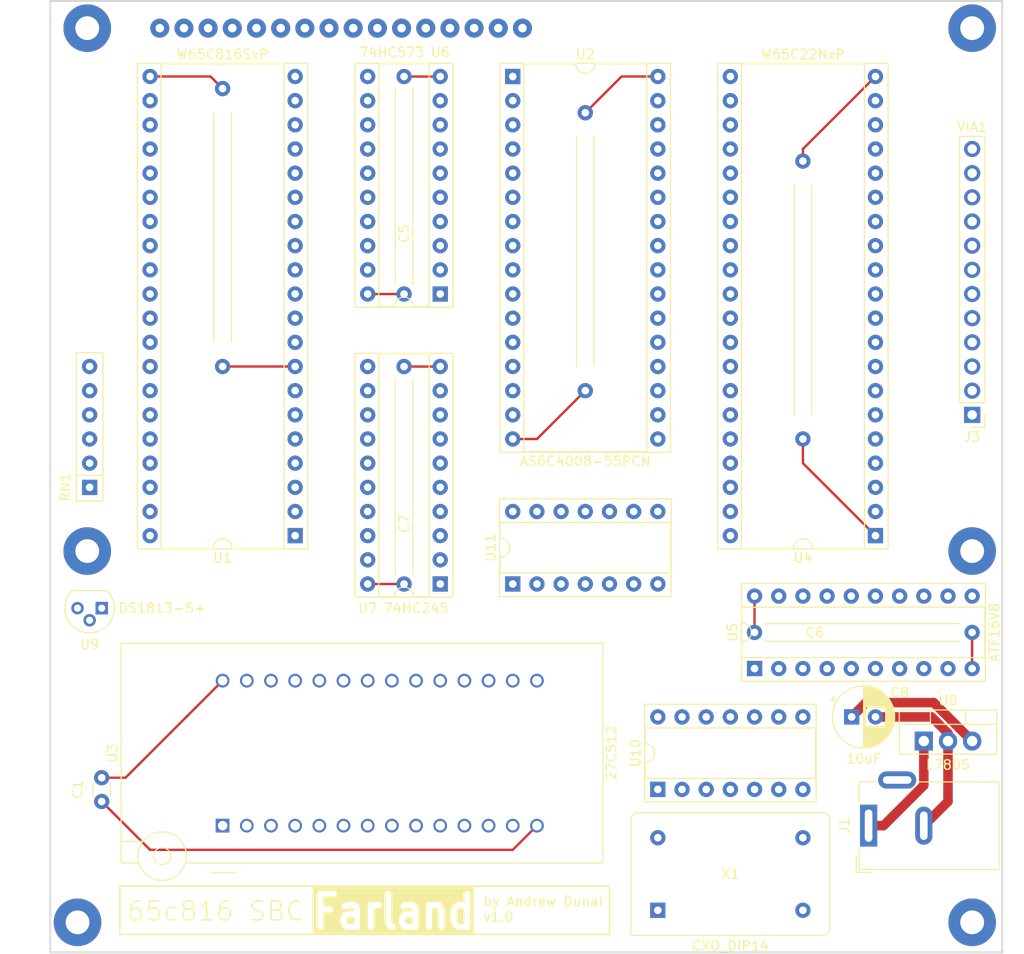
<source format=kicad_pcb>
(kicad_pcb (version 20221018) (generator pcbnew)
  (layers (0 "F.Cu" signal) (31 "B.Cu" signal) (34 "B.Paste" user) (35 "F.Paste" user) (36 "B.SilkS" user "B.Silkscreen") (37 "F.SilkS" user "F.Silkscreen") (38 "B.Mask" user) (39 "F.Mask" user) (44 "Edge.Cuts" user))
  (net 0 "")
  (net 1 "Net-(U8-IN)")
  (net 2 "GND")
  (net 3 "A_{19}")
  (net 4 "A_{20}")
  (net 5 "A_{21}")
  (net 6 "A_{22}")
  (net 7 "A_{23}")
  (net 8 "+5V")
  (net 9 "Net-(J3-Pin_3)")
  (net 10 "Net-(J3-Pin_4)")
  (net 11 "Net-(J3-Pin_5)")
  (net 12 "Net-(J3-Pin_6)")
  (net 13 "Net-(J3-Pin_7)")
  (net 14 "Net-(J3-Pin_8)")
  (net 15 "Net-(J3-Pin_9)")
  (net 16 "Net-(J3-Pin_10)")
  (net 17 "Net-(J3-Pin_11)")
  (net 18 "Net-(J3-Pin_12)")
  (net 29 "Net-(RN1-R1)")
  (net 30 "~{IRQ}")
  (net 31 "Net-(RN1-R3)")
  (net 32 "Net-(RN1-R4)")
  (net 33 "Net-(RN1-R5)")
  (net 34 "~{RES}")
  (net 38 "A_{0}")
  (net 39 "A_{1}")
  (net 40 "A_{2}")
  (net 41 "A_{3}")
  (net 42 "A_{4}")
  (net 43 "A_{5}")
  (net 44 "A_{6}")
  (net 45 "A_{7}")
  (net 46 "A_{8}")
  (net 47 "A_{9}")
  (net 48 "A_{10}")
  (net 49 "A_{11}")
  (net 50 "A_{12}")
  (net 51 "A_{13}")
  (net 52 "A_{14}")
  (net 53 "A_{15}")
  (net 54 "DB_{7}")
  (net 55 "DB_{6}")
  (net 56 "DB_{5}")
  (net 57 "DB_{4}")
  (net 58 "DB_{3}")
  (net 59 "DB_{2}")
  (net 60 "DB_{1}")
  (net 61 "DB_{0}")
  (net 62 "R~{W}")
  (net 64 "CLK")
  (net 66 "VDA")
  (net 67 "Net-(U5-I1{slash}CLK)")
  (net 68 "A_{16}")
  (net 69 "A_{17}")
  (net 70 "A_{18}")
  (net 71 "LCDEN")
  (net 72 "~{CLK}")
  (net 73 "~{WD}")
  (net 74 "~{RD}")
  (net 75 "IO~{EN}")
  (net 76 "ROM~{EN}")
  (net 77 "RAM~{EN}")
  (net 78 "D_{0}")
  (net 79 "D_{1}")
  (net 80 "D_{2}")
  (net 81 "D_{3}")
  (net 82 "D_{4}")
  (net 83 "D_{5}")
  (net 84 "D_{6}")
  (net 85 "D_{7}")
  (net 87 "Net-(U5-IO7)")
  (net 88 "Net-(U5-IO8)")
  (net 98 "Net-(U11-Pad3)")
  (footprint "Package_DIP:DIP-32_W15.24mm_Socket" (layer "F.Cu") (at 63.82 -102.22)
    (fp_text reference "U2" (at 7.62 -2.33) (layer "F.SilkS"))
    (fp_text value "AS6C4008-55PCN" (at 7.62 40.43) (layer "F.SilkS"))
    (pad "1" thru_hole rect (at 0 0) (size 1.6 1.6) (drill 0.8) (layers "*.Cu" "*.Mask") (net 70 "A_{18}"))
    (pad "2" thru_hole oval (at 0 2.54) (size 1.6 1.6) (drill 0.8) (layers "*.Cu" "*.Mask") (net 68 "A_{16}"))
    (pad "3" thru_hole oval (at 0 5.08) (size 1.6 1.6) (drill 0.8) (layers "*.Cu" "*.Mask") (net 52 "A_{14}"))
    (pad "4" thru_hole oval (at 0 7.62) (size 1.6 1.6) (drill 0.8) (layers "*.Cu" "*.Mask") (net 50 "A_{12}"))
    (pad "5" thru_hole oval (at 0 10.16) (size 1.6 1.6) (drill 0.8) (layers "*.Cu" "*.Mask") (net 45 "A_{7}"))
    (pad "6" thru_hole oval (at 0 12.7) (size 1.6 1.6) (drill 0.8) (layers "*.Cu" "*.Mask") (net 44 "A_{6}"))
    (pad "7" thru_hole oval (at 0 15.24) (size 1.6 1.6) (drill 0.8) (layers "*.Cu" "*.Mask") (net 43 "A_{5}"))
    (pad "8" thru_hole oval (at 0 17.78) (size 1.6 1.6) (drill 0.8) (layers "*.Cu" "*.Mask") (net 42 "A_{4}"))
    (pad "9" thru_hole oval (at 0 20.32) (size 1.6 1.6) (drill 0.8) (layers "*.Cu" "*.Mask") (net 41 "A_{3}"))
    (pad "10" thru_hole oval (at 0 22.86) (size 1.6 1.6) (drill 0.8) (layers "*.Cu" "*.Mask") (net 40 "A_{2}"))
    (pad "11" thru_hole oval (at 0 25.4) (size 1.6 1.6) (drill 0.8) (layers "*.Cu" "*.Mask") (net 39 "A_{1}"))
    (pad "12" thru_hole oval (at 0 27.94) (size 1.6 1.6) (drill 0.8) (layers "*.Cu" "*.Mask") (net 38 "A_{0}"))
    (pad "13" thru_hole oval (at 0 30.48) (size 1.6 1.6) (drill 0.8) (layers "*.Cu" "*.Mask") (net 78 "D_{0}"))
    (pad "14" thru_hole oval (at 0 33.02) (size 1.6 1.6) (drill 0.8) (layers "*.Cu" "*.Mask") (net 79 "D_{1}"))
    (pad "15" thru_hole oval (at 0 35.56) (size 1.6 1.6) (drill 0.8) (layers "*.Cu" "*.Mask") (net 80 "D_{2}"))
    (pad "16" thru_hole oval (at 0 38.1) (size 1.6 1.6) (drill 0.8) (layers "*.Cu" "*.Mask") (net 2 "GND"))
    (pad "17" thru_hole oval (at 15.24 38.1) (size 1.6 1.6) (drill 0.8) (layers "*.Cu" "*.Mask") (net 81 "D_{3}"))
    (pad "18" thru_hole oval (at 15.24 35.56) (size 1.6 1.6) (drill 0.8) (layers "*.Cu" "*.Mask") (net 82 "D_{4}"))
    (pad "19" thru_hole oval (at 15.24 33.02) (size 1.6 1.6) (drill 0.8) (layers "*.Cu" "*.Mask") (net 83 "D_{5}"))
    (pad "20" thru_hole oval (at 15.24 30.48) (size 1.6 1.6) (drill 0.8) (layers "*.Cu" "*.Mask") (net 84 "D_{6}"))
    (pad "21" thru_hole oval (at 15.24 27.94) (size 1.6 1.6) (drill 0.8) (layers "*.Cu" "*.Mask") (net 85 "D_{7}"))
    (pad "22" thru_hole oval (at 15.24 25.4) (size 1.6 1.6) (drill 0.8) (layers "*.Cu" "*.Mask") (net 77 "RAM~{EN}"))
    (pad "23" thru_hole oval (at 15.24 22.86) (size 1.6 1.6) (drill 0.8) (layers "*.Cu" "*.Mask") (net 48 "A_{10}"))
    (pad "24" thru_hole oval (at 15.24 20.32) (size 1.6 1.6) (drill 0.8) (layers "*.Cu" "*.Mask") (net 74 "~{RD}"))
    (pad "25" thru_hole oval (at 15.24 17.78) (size 1.6 1.6) (drill 0.8) (layers "*.Cu" "*.Mask") (net 49 "A_{11}"))
    (pad "26" thru_hole oval (at 15.24 15.24) (size 1.6 1.6) (drill 0.8) (layers "*.Cu" "*.Mask") (net 47 "A_{9}"))
    (pad "27" thru_hole oval (at 15.24 12.7) (size 1.6 1.6) (drill 0.8) (layers "*.Cu" "*.Mask") (net 46 "A_{8}"))
    (pad "28" thru_hole oval (at 15.24 10.16) (size 1.6 1.6) (drill 0.8) (layers "*.Cu" "*.Mask") (net 51 "A_{13}"))
    (pad "29" thru_hole oval (at 15.24 7.62) (size 1.6 1.6) (drill 0.8) (layers "*.Cu" "*.Mask") (net 73 "~{WD}"))
    (pad "30" thru_hole oval (at 15.24 5.08) (size 1.6 1.6) (drill 0.8) (layers "*.Cu" "*.Mask") (net 69 "A_{17}"))
    (pad "31" thru_hole oval (at 15.24 2.54) (size 1.6 1.6) (drill 0.8) (layers "*.Cu" "*.Mask") (net 53 "A_{15}"))
    (pad "32" thru_hole oval (at 15.24 0) (size 1.6 1.6) (drill 0.8) (layers "*.Cu" "*.Mask") (net 8 "+5V"))
  )
  (footprint "Package_DIP:DIP-40_W15.24mm_Socket" (layer "F.Cu") (at 40.96 -53.96 180)
    (fp_text reference "U1" (at 7.62 -2.33) (layer "F.SilkS"))
    (fp_text value "W65C816SxP" (at 7.62 50.59) (layer "F.SilkS"))
    (pad "1" thru_hole rect (at 0 0 180) (size 1.6 1.6) (drill 0.8) (layers "*.Cu" "*.Mask"))
    (pad "2" thru_hole oval (at 0 2.54 180) (size 1.6 1.6) (drill 0.8) (layers "*.Cu" "*.Mask") (net 32 "Net-(RN1-R4)"))
    (pad "3" thru_hole oval (at 0 5.08 180) (size 1.6 1.6) (drill 0.8) (layers "*.Cu" "*.Mask") (net 29 "Net-(RN1-R1)"))
    (pad "4" thru_hole oval (at 0 7.62 180) (size 1.6 1.6) (drill 0.8) (layers "*.Cu" "*.Mask") (net 30 "~{IRQ}"))
    (pad "5" thru_hole oval (at 0 10.16 180) (size 1.6 1.6) (drill 0.8) (layers "*.Cu" "*.Mask"))
    (pad "6" thru_hole oval (at 0 12.7 180) (size 1.6 1.6) (drill 0.8) (layers "*.Cu" "*.Mask") (net 31 "Net-(RN1-R3)"))
    (pad "7" thru_hole oval (at 0 15.24 180) (size 1.6 1.6) (drill 0.8) (layers "*.Cu" "*.Mask"))
    (pad "8" thru_hole oval (at 0 17.78 180) (size 1.6 1.6) (drill 0.8) (layers "*.Cu" "*.Mask") (net 8 "+5V"))
    (pad "9" thru_hole oval (at 0 20.32 180) (size 1.6 1.6) (drill 0.8) (layers "*.Cu" "*.Mask") (net 38 "A_{0}"))
    (pad "10" thru_hole oval (at 0 22.86 180) (size 1.6 1.6) (drill 0.8) (layers "*.Cu" "*.Mask") (net 39 "A_{1}"))
    (pad "11" thru_hole oval (at 0 25.4 180) (size 1.6 1.6) (drill 0.8) (layers "*.Cu" "*.Mask") (net 40 "A_{2}"))
    (pad "12" thru_hole oval (at 0 27.94 180) (size 1.6 1.6) (drill 0.8) (layers "*.Cu" "*.Mask") (net 41 "A_{3}"))
    (pad "13" thru_hole oval (at 0 30.48 180) (size 1.6 1.6) (drill 0.8) (layers "*.Cu" "*.Mask") (net 42 "A_{4}"))
    (pad "14" thru_hole oval (at 0 33.02 180) (size 1.6 1.6) (drill 0.8) (layers "*.Cu" "*.Mask") (net 43 "A_{5}"))
    (pad "15" thru_hole oval (at 0 35.56 180) (size 1.6 1.6) (drill 0.8) (layers "*.Cu" "*.Mask") (net 44 "A_{6}"))
    (pad "16" thru_hole oval (at 0 38.1 180) (size 1.6 1.6) (drill 0.8) (layers "*.Cu" "*.Mask") (net 45 "A_{7}"))
    (pad "17" thru_hole oval (at 0 40.64 180) (size 1.6 1.6) (drill 0.8) (layers "*.Cu" "*.Mask") (net 46 "A_{8}"))
    (pad "18" thru_hole oval (at 0 43.18 180) (size 1.6 1.6) (drill 0.8) (layers "*.Cu" "*.Mask") (net 47 "A_{9}"))
    (pad "19" thru_hole oval (at 0 45.72 180) (size 1.6 1.6) (drill 0.8) (layers "*.Cu" "*.Mask") (net 48 "A_{10}"))
    (pad "20" thru_hole oval (at 0 48.26 180) (size 1.6 1.6) (drill 0.8) (layers "*.Cu" "*.Mask") (net 49 "A_{11}"))
    (pad "21" thru_hole oval (at 15.24 48.26 180) (size 1.6 1.6) (drill 0.8) (layers "*.Cu" "*.Mask") (net 2 "GND"))
    (pad "22" thru_hole oval (at 15.24 45.72 180) (size 1.6 1.6) (drill 0.8) (layers "*.Cu" "*.Mask") (net 50 "A_{12}"))
    (pad "23" thru_hole oval (at 15.24 43.18 180) (size 1.6 1.6) (drill 0.8) (layers "*.Cu" "*.Mask") (net 51 "A_{13}"))
    (pad "24" thru_hole oval (at 15.24 40.64 180) (size 1.6 1.6) (drill 0.8) (layers "*.Cu" "*.Mask") (net 52 "A_{14}"))
    (pad "25" thru_hole oval (at 15.24 38.1 180) (size 1.6 1.6) (drill 0.8) (layers "*.Cu" "*.Mask") (net 53 "A_{15}"))
    (pad "26" thru_hole oval (at 15.24 35.56 180) (size 1.6 1.6) (drill 0.8) (layers "*.Cu" "*.Mask") (net 54 "DB_{7}"))
    (pad "27" thru_hole oval (at 15.24 33.02 180) (size 1.6 1.6) (drill 0.8) (layers "*.Cu" "*.Mask") (net 55 "DB_{6}"))
    (pad "28" thru_hole oval (at 15.24 30.48 180) (size 1.6 1.6) (drill 0.8) (layers "*.Cu" "*.Mask") (net 56 "DB_{5}"))
    (pad "29" thru_hole oval (at 15.24 27.94 180) (size 1.6 1.6) (drill 0.8) (layers "*.Cu" "*.Mask") (net 57 "DB_{4}"))
    (pad "30" thru_hole oval (at 15.24 25.4 180) (size 1.6 1.6) (drill 0.8) (layers "*.Cu" "*.Mask") (net 58 "DB_{3}"))
    (pad "31" thru_hole oval (at 15.24 22.86 180) (size 1.6 1.6) (drill 0.8) (layers "*.Cu" "*.Mask") (net 59 "DB_{2}"))
    (pad "32" thru_hole oval (at 15.24 20.32 180) (size 1.6 1.6) (drill 0.8) (layers "*.Cu" "*.Mask") (net 60 "DB_{1}"))
    (pad "33" thru_hole oval (at 15.24 17.78 180) (size 1.6 1.6) (drill 0.8) (layers "*.Cu" "*.Mask") (net 61 "DB_{0}"))
    (pad "34" thru_hole oval (at 15.24 15.24 180) (size 1.6 1.6) (drill 0.8) (layers "*.Cu" "*.Mask") (net 62 "R~{W}"))
    (pad "35" thru_hole oval (at 15.24 12.7 180) (size 1.6 1.6) (drill 0.8) (layers "*.Cu" "*.Mask"))
    (pad "36" thru_hole oval (at 15.24 10.16 180) (size 1.6 1.6) (drill 0.8) (layers "*.Cu" "*.Mask") (net 33 "Net-(RN1-R5)"))
    (pad "37" thru_hole oval (at 15.24 7.62 180) (size 1.6 1.6) (drill 0.8) (layers "*.Cu" "*.Mask") (net 64 "CLK"))
    (pad "38" thru_hole oval (at 15.24 5.08 180) (size 1.6 1.6) (drill 0.8) (layers "*.Cu" "*.Mask"))
    (pad "39" thru_hole oval (at 15.24 2.54 180) (size 1.6 1.6) (drill 0.8) (layers "*.Cu" "*.Mask") (net 66 "VDA"))
    (pad "40" thru_hole oval (at 15.24 0 180) (size 1.6 1.6) (drill 0.8) (layers "*.Cu" "*.Mask") (net 34 "~{RES}"))
  )
  (footprint "MountingHole:MountingHole_2.5mm_Pad" (layer "F.Cu") (at 112.08 -13.32)
    (fp_text reference "H2" hide)
    (fp_text value "MountingHole_Pad" hide)
    (pad "1" thru_hole circle (at 0 0) (size 5 5) (drill 2.5) (layers "*.Cu" "*.Mask"))
  )
  (footprint "my:ZIF28" (layer "F.Cu") (at 33.34 -23.48 90)
    (fp_text reference "U3" (at 7.62 -11.56 90) (layer "F.SilkS"))
    (fp_text value "27C512" (at 7.62 40.84 90) (layer "F.SilkS"))
    (pad "1" thru_hole rect (at 0 0 90) (size 1.44 1.44) (drill 1) (layers "*.Cu" "*.Mask") (net 53 "A_{15}"))
    (pad "2" thru_hole oval (at 0 2.54 90) (size 1.44 1.44) (drill 1) (layers "*.Cu" "*.Mask") (net 50 "A_{12}"))
    (pad "3" thru_hole oval (at 0 5.08 90) (size 1.44 1.44) (drill 1) (layers "*.Cu" "*.Mask") (net 45 "A_{7}"))
    (pad "4" thru_hole oval (at 0 7.62 90) (size 1.44 1.44) (drill 1) (layers "*.Cu" "*.Mask") (net 44 "A_{6}"))
    (pad "5" thru_hole oval (at 0 10.16 90) (size 1.44 1.44) (drill 1) (layers "*.Cu" "*.Mask") (net 43 "A_{5}"))
    (pad "6" thru_hole oval (at 0 12.7 90) (size 1.44 1.44) (drill 1) (layers "*.Cu" "*.Mask") (net 42 "A_{4}"))
    (pad "7" thru_hole oval (at 0 15.24 90) (size 1.44 1.44) (drill 1) (layers "*.Cu" "*.Mask") (net 41 "A_{3}"))
    (pad "8" thru_hole oval (at 0 17.78 90) (size 1.44 1.44) (drill 1) (layers "*.Cu" "*.Mask") (net 40 "A_{2}"))
    (pad "9" thru_hole oval (at 0 20.32 90) (size 1.44 1.44) (drill 1) (layers "*.Cu" "*.Mask") (net 39 "A_{1}"))
    (pad "10" thru_hole oval (at 0 22.86 90) (size 1.44 1.44) (drill 1) (layers "*.Cu" "*.Mask") (net 38 "A_{0}"))
    (pad "11" thru_hole oval (at 0 25.4 90) (size 1.44 1.44) (drill 1) (layers "*.Cu" "*.Mask") (net 78 "D_{0}"))
    (pad "12" thru_hole oval (at 0 27.94 90) (size 1.44 1.44) (drill 1) (layers "*.Cu" "*.Mask") (net 79 "D_{1}"))
    (pad "13" thru_hole oval (at 0 30.48 90) (size 1.44 1.44) (drill 1) (layers "*.Cu" "*.Mask") (net 80 "D_{2}"))
    (pad "14" thru_hole oval (at 0 33.02 90) (size 1.44 1.44) (drill 1) (layers "*.Cu" "*.Mask") (net 2 "GND"))
    (pad "15" thru_hole oval (at 15.24 33.02 90) (size 1.44 1.44) (drill 1) (layers "*.Cu" "*.Mask") (net 81 "D_{3}"))
    (pad "16" thru_hole oval (at 15.24 30.48 90) (size 1.44 1.44) (drill 1) (layers "*.Cu" "*.Mask") (net 82 "D_{4}"))
    (pad "17" thru_hole oval (at 15.24 27.94 90) (size 1.44 1.44) (drill 1) (layers "*.Cu" "*.Mask") (net 83 "D_{5}"))
    (pad "18" thru_hole oval (at 15.24 25.4 90) (size 1.44 1.44) (drill 1) (layers "*.Cu" "*.Mask") (net 84 "D_{6}"))
    (pad "19" thru_hole oval (at 15.24 22.86 90) (size 1.44 1.44) (drill 1) (layers "*.Cu" "*.Mask") (net 85 "D_{7}"))
    (pad "20" thru_hole oval (at 15.24 20.32 90) (size 1.44 1.44) (drill 1) (layers "*.Cu" "*.Mask") (net 76 "ROM~{EN}"))
    (pad "21" thru_hole oval (at 15.24 17.78 90) (size 1.44 1.44) (drill 1) (layers "*.Cu" "*.Mask") (net 48 "A_{10}"))
    (pad "22" thru_hole oval (at 15.24 15.24 90) (size 1.44 1.44) (drill 1) (layers "*.Cu" "*.Mask") (net 74 "~{RD}"))
    (pad "23" thru_hole oval (at 15.24 12.7 90) (size 1.44 1.44) (drill 1) (layers "*.Cu" "*.Mask") (net 49 "A_{11}"))
    (pad "24" thru_hole oval (at 15.24 10.16 90) (size 1.44 1.44) (drill 1) (layers "*.Cu" "*.Mask") (net 47 "A_{9}"))
    (pad "25" thru_hole oval (at 15.24 7.62 90) (size 1.44 1.44) (drill 1) (layers "*.Cu" "*.Mask") (net 46 "A_{8}"))
    (pad "26" thru_hole oval (at 15.24 5.08 90) (size 1.44 1.44) (drill 1) (layers "*.Cu" "*.Mask") (net 51 "A_{13}"))
    (pad "27" thru_hole oval (at 15.24 2.54 90) (size 1.44 1.44) (drill 1) (layers "*.Cu" "*.Mask") (net 52 "A_{14}"))
    (pad "28" thru_hole oval (at 15.24 0 90) (size 1.44 1.44) (drill 1) (layers "*.Cu" "*.Mask") (net 8 "+5V"))
  )
  (footprint "Package_DIP:DIP-20_W7.62mm_Socket" (layer "F.Cu") (at 89.22 -39.99 90)
    (fp_text reference "U5" (at 3.81 -2.33 90) (layer "F.SilkS"))
    (fp_text value "ATF16V8" (at 3.81 25.19 90) (layer "F.SilkS"))
    (pad "1" thru_hole rect (at 0 0 90) (size 1.6 1.6) (drill 0.8) (layers "*.Cu" "*.Mask") (net 67 "Net-(U5-I1{slash}CLK)"))
    (pad "2" thru_hole oval (at 0 2.54 90) (size 1.6 1.6) (drill 0.8) (layers "*.Cu" "*.Mask") (net 50 "A_{12}"))
    (pad "3" thru_hole oval (at 0 5.08 90) (size 1.6 1.6) (drill 0.8) (layers "*.Cu" "*.Mask") (net 51 "A_{13}"))
    (pad "4" thru_hole oval (at 0 7.62 90) (size 1.6 1.6) (drill 0.8) (layers "*.Cu" "*.Mask") (net 52 "A_{14}"))
    (pad "5" thru_hole oval (at 0 10.16 90) (size 1.6 1.6) (drill 0.8) (layers "*.Cu" "*.Mask") (net 53 "A_{15}"))
    (pad "6" thru_hole oval (at 0 12.7 90) (size 1.6 1.6) (drill 0.8) (layers "*.Cu" "*.Mask") (net 68 "A_{16}"))
    (pad "7" thru_hole oval (at 0 15.24 90) (size 1.6 1.6) (drill 0.8) (layers "*.Cu" "*.Mask") (net 69 "A_{17}"))
    (pad "8" thru_hole oval (at 0 17.78 90) (size 1.6 1.6) (drill 0.8) (layers "*.Cu" "*.Mask") (net 70 "A_{18}"))
    (pad "9" thru_hole oval (at 0 20.32 90) (size 1.6 1.6) (drill 0.8) (layers "*.Cu" "*.Mask"))
    (pad "10" thru_hole oval (at 0 22.86 90) (size 1.6 1.6) (drill 0.8) (layers "*.Cu" "*.Mask") (net 2 "GND"))
    (pad "11" thru_hole oval (at 7.62 22.86 90) (size 1.6 1.6) (drill 0.8) (layers "*.Cu" "*.Mask") (net 2 "GND"))
    (pad "12" thru_hole oval (at 7.62 20.32 90) (size 1.6 1.6) (drill 0.8) (layers "*.Cu" "*.Mask") (net 88 "Net-(U5-IO8)"))
    (pad "13" thru_hole oval (at 7.62 17.78 90) (size 1.6 1.6) (drill 0.8) (layers "*.Cu" "*.Mask") (net 87 "Net-(U5-IO7)"))
    (pad "14" thru_hole oval (at 7.62 15.24 90) (size 1.6 1.6) (drill 0.8) (layers "*.Cu" "*.Mask"))
    (pad "15" thru_hole oval (at 7.62 12.7 90) (size 1.6 1.6) (drill 0.8) (layers "*.Cu" "*.Mask"))
    (pad "16" thru_hole oval (at 7.62 10.16 90) (size 1.6 1.6) (drill 0.8) (layers "*.Cu" "*.Mask") (net 71 "LCDEN"))
    (pad "17" thru_hole oval (at 7.62 7.62 90) (size 1.6 1.6) (drill 0.8) (layers "*.Cu" "*.Mask") (net 75 "IO~{EN}"))
    (pad "18" thru_hole oval (at 7.62 5.08 90) (size 1.6 1.6) (drill 0.8) (layers "*.Cu" "*.Mask") (net 76 "ROM~{EN}"))
    (pad "19" thru_hole oval (at 7.62 2.54 90) (size 1.6 1.6) (drill 0.8) (layers "*.Cu" "*.Mask") (net 77 "RAM~{EN}"))
    (pad "20" thru_hole oval (at 7.62 0 90) (size 1.6 1.6) (drill 0.8) (layers "*.Cu" "*.Mask") (net 8 "+5V"))
  )
  (footprint "my:C_Disc_Long" (layer "F.Cu") (at 89.215 -43.79)
    (fp_text reference "C6" (at 6.35 0) (layer "F.SilkS"))
    (fp_text value "0.1uF")
    (pad "1" thru_hole circle (at 0 0) (size 1.6 1.6) (drill 0.8) (layers "*.Cu" "*.Mask") (net 8 "+5V"))
    (pad "2" thru_hole circle (at 22.86 0) (size 1.6 1.6) (drill 0.8) (layers "*.Cu" "*.Mask") (net 2 "GND"))
  )
  (footprint "my:C_Disc_Long" (layer "F.Cu") (at 52.4 -48.875 90)
    (fp_text reference "C7" (at 6.35 0 90) (layer "F.SilkS"))
    (fp_text value "0.1uF")
    (pad "1" thru_hole circle (at 0 0 90) (size 1.6 1.6) (drill 0.8) (layers "*.Cu" "*.Mask") (net 8 "+5V"))
    (pad "2" thru_hole circle (at 22.86 0 90) (size 1.6 1.6) (drill 0.8) (layers "*.Cu" "*.Mask") (net 2 "GND"))
  )
  (footprint "Oscillator:Oscillator_DIP-14" (layer "F.Cu") (at 79.06 -14.59)
    (fp_text reference "X1" (at 7.62 -3.81) (layer "F.SilkS"))
    (fp_text value "CXO_DIP14" (at 7.62 3.74) (layer "F.SilkS"))
    (pad "1" thru_hole rect (at 0 0) (size 1.6 1.6) (drill 0.8) (layers "*.Cu" "*.Mask"))
    (pad "7" thru_hole circle (at 15.24 0) (size 1.6 1.6) (drill 0.8) (layers "*.Cu" "*.Mask") (net 2 "GND"))
    (pad "8" thru_hole circle (at 15.24 -7.62) (size 1.6 1.6) (drill 0.8) (layers "*.Cu" "*.Mask") (net 67 "Net-(U5-I1{slash}CLK)"))
    (pad "14" thru_hole circle (at 0 -7.62) (size 1.6 1.6) (drill 0.8) (layers "*.Cu" "*.Mask") (net 8 "+5V"))
  )
  (footprint "Capacitor_THT:CP_Radial_D6.3mm_P2.50mm" (layer "F.Cu") (at 99.42 -34.91)
    (fp_text reference "C8" (at 5.04 -2.54) (layer "F.SilkS"))
    (fp_text value "10uF" (at 1.25 4.4) (layer "F.SilkS"))
    (pad "1" thru_hole rect (at 0 0) (size 1.6 1.6) (drill 0.8) (layers "*.Cu" "*.Mask") (net 8 "+5V"))
    (pad "2" thru_hole circle (at 2.5 0) (size 1.6 1.6) (drill 0.8) (layers "*.Cu" "*.Mask") (net 2 "GND"))
  )
  (footprint "Connector_BarrelJack:BarrelJack_Wuerth_6941xx301002" (layer "F.Cu") (at 101.2 -23.48 90)
    (fp_text reference "J1" (at 0 -2.5 90) (layer "F.SilkS"))
    (fp_text value "Barrel_Jack")
    (pad "1" thru_hole rect (at 0 0 90) (size 4.4 1.8) (drill oval 3.4 0.8) (layers "*.Cu" "*.Mask") (net 1 "Net-(U8-IN)"))
    (pad "2" thru_hole oval (at 0 5.8 90) (size 4 1.8) (drill oval 3 0.8) (layers "*.Cu" "*.Mask") (net 2 "GND"))
    (pad "3" thru_hole oval (at 4.8 3 180) (size 4 1.8) (drill oval 3 0.8) (layers "*.Cu" "*.Mask"))
  )
  (footprint "MountingHole:MountingHole_2.5mm_Pad" (layer "F.Cu") (at 18.1 -13.32)
    (fp_text reference "H1" hide)
    (fp_text value "MountingHole_Pad" hide)
    (pad "1" thru_hole circle (at 0 0) (size 5 5) (drill 2.5) (layers "*.Cu" "*.Mask"))
  )
  (footprint "Connector_PinHeader_2.54mm:PinHeader_1x12_P2.54mm_Vertical" (layer "F.Cu") (at 112.08 -66.66 180)
    (fp_text reference "J3" (at 0 -2.33) (layer "F.SilkS"))
    (fp_text value "VIA1" (at 0 30.27) (layer "F.SilkS"))
    (pad "1" thru_hole rect (at 0 0 180) (size 1.7 1.7) (drill 1) (layers "*.Cu" "*.Mask") (net 2 "GND"))
    (pad "2" thru_hole oval (at 0 2.54 180) (size 1.7 1.7) (drill 1) (layers "*.Cu" "*.Mask") (net 8 "+5V"))
    (pad "3" thru_hole oval (at 0 5.08 180) (size 1.7 1.7) (drill 1) (layers "*.Cu" "*.Mask") (net 9 "Net-(J3-Pin_3)"))
    (pad "4" thru_hole oval (at 0 7.62 180) (size 1.7 1.7) (drill 1) (layers "*.Cu" "*.Mask") (net 10 "Net-(J3-Pin_4)"))
    (pad "5" thru_hole oval (at 0 10.16 180) (size 1.7 1.7) (drill 1) (layers "*.Cu" "*.Mask") (net 11 "Net-(J3-Pin_5)"))
    (pad "6" thru_hole oval (at 0 12.7 180) (size 1.7 1.7) (drill 1) (layers "*.Cu" "*.Mask") (net 12 "Net-(J3-Pin_6)"))
    (pad "7" thru_hole oval (at 0 15.24 180) (size 1.7 1.7) (drill 1) (layers "*.Cu" "*.Mask") (net 13 "Net-(J3-Pin_7)"))
    (pad "8" thru_hole oval (at 0 17.78 180) (size 1.7 1.7) (drill 1) (layers "*.Cu" "*.Mask") (net 14 "Net-(J3-Pin_8)"))
    (pad "9" thru_hole oval (at 0 20.32 180) (size 1.7 1.7) (drill 1) (layers "*.Cu" "*.Mask") (net 15 "Net-(J3-Pin_9)"))
    (pad "10" thru_hole oval (at 0 22.86 180) (size 1.7 1.7) (drill 1) (layers "*.Cu" "*.Mask") (net 16 "Net-(J3-Pin_10)"))
    (pad "11" thru_hole oval (at 0 25.4 180) (size 1.7 1.7) (drill 1) (layers "*.Cu" "*.Mask") (net 17 "Net-(J3-Pin_11)"))
    (pad "12" thru_hole oval (at 0 27.94 180) (size 1.7 1.7) (drill 1) (layers "*.Cu" "*.Mask") (net 18 "Net-(J3-Pin_12)"))
  )
  (footprint "Package_DIP:DIP-40_W15.24mm_Socket" (layer "F.Cu") (at 101.92 -53.96 180)
    (fp_text reference "U4" (at 7.62 -2.33) (layer "F.SilkS"))
    (fp_text value "W65C22NxP" (at 7.62 50.59) (layer "F.SilkS"))
    (pad "1" thru_hole rect (at 0 0 180) (size 1.6 1.6) (drill 0.8) (layers "*.Cu" "*.Mask") (net 2 "GND"))
    (pad "2" thru_hole oval (at 0 2.54 180) (size 1.6 1.6) (drill 0.8) (layers "*.Cu" "*.Mask") (net 9 "Net-(J3-Pin_3)"))
    (pad "3" thru_hole oval (at 0 5.08 180) (size 1.6 1.6) (drill 0.8) (layers "*.Cu" "*.Mask") (net 10 "Net-(J3-Pin_4)"))
    (pad "4" thru_hole oval (at 0 7.62 180) (size 1.6 1.6) (drill 0.8) (layers "*.Cu" "*.Mask") (net 11 "Net-(J3-Pin_5)"))
    (pad "5" thru_hole oval (at 0 10.16 180) (size 1.6 1.6) (drill 0.8) (layers "*.Cu" "*.Mask") (net 12 "Net-(J3-Pin_6)"))
    (pad "6" thru_hole oval (at 0 12.7 180) (size 1.6 1.6) (drill 0.8) (layers "*.Cu" "*.Mask") (net 13 "Net-(J3-Pin_7)"))
    (pad "7" thru_hole oval (at 0 15.24 180) (size 1.6 1.6) (drill 0.8) (layers "*.Cu" "*.Mask") (net 14 "Net-(J3-Pin_8)"))
    (pad "8" thru_hole oval (at 0 17.78 180) (size 1.6 1.6) (drill 0.8) (layers "*.Cu" "*.Mask") (net 15 "Net-(J3-Pin_9)"))
    (pad "9" thru_hole oval (at 0 20.32 180) (size 1.6 1.6) (drill 0.8) (layers "*.Cu" "*.Mask") (net 16 "Net-(J3-Pin_10)"))
    (pad "10" thru_hole oval (at 0 22.86 180) (size 1.6 1.6) (drill 0.8) (layers "*.Cu" "*.Mask"))
    (pad "11" thru_hole oval (at 0 25.4 180) (size 1.6 1.6) (drill 0.8) (layers "*.Cu" "*.Mask"))
    (pad "12" thru_hole oval (at 0 27.94 180) (size 1.6 1.6) (drill 0.8) (layers "*.Cu" "*.Mask"))
    (pad "13" thru_hole oval (at 0 30.48 180) (size 1.6 1.6) (drill 0.8) (layers "*.Cu" "*.Mask"))
    (pad "14" thru_hole oval (at 0 33.02 180) (size 1.6 1.6) (drill 0.8) (layers "*.Cu" "*.Mask"))
    (pad "15" thru_hole oval (at 0 35.56 180) (size 1.6 1.6) (drill 0.8) (layers "*.Cu" "*.Mask"))
    (pad "16" thru_hole oval (at 0 38.1 180) (size 1.6 1.6) (drill 0.8) (layers "*.Cu" "*.Mask"))
    (pad "17" thru_hole oval (at 0 40.64 180) (size 1.6 1.6) (drill 0.8) (layers "*.Cu" "*.Mask"))
    (pad "18" thru_hole oval (at 0 43.18 180) (size 1.6 1.6) (drill 0.8) (layers "*.Cu" "*.Mask"))
    (pad "19" thru_hole oval (at 0 45.72 180) (size 1.6 1.6) (drill 0.8) (layers "*.Cu" "*.Mask"))
    (pad "20" thru_hole oval (at 0 48.26 180) (size 1.6 1.6) (drill 0.8) (layers "*.Cu" "*.Mask") (net 8 "+5V"))
    (pad "21" thru_hole oval (at 15.24 48.26 180) (size 1.6 1.6) (drill 0.8) (layers "*.Cu" "*.Mask") (net 30 "~{IRQ}"))
    (pad "22" thru_hole oval (at 15.24 45.72 180) (size 1.6 1.6) (drill 0.8) (layers "*.Cu" "*.Mask") (net 62 "R~{W}"))
    (pad "23" thru_hole oval (at 15.24 43.18 180) (size 1.6 1.6) (drill 0.8) (layers "*.Cu" "*.Mask") (net 75 "IO~{EN}"))
    (pad "24" thru_hole oval (at 15.24 40.64 180) (size 1.6 1.6) (drill 0.8) (layers "*.Cu" "*.Mask") (net 66 "VDA"))
    (pad "25" thru_hole oval (at 15.24 38.1 180) (size 1.6 1.6) (drill 0.8) (layers "*.Cu" "*.Mask") (net 64 "CLK"))
    (pad "26" thru_hole oval (at 15.24 35.56 180) (size 1.6 1.6) (drill 0.8) (layers "*.Cu" "*.Mask") (net 85 "D_{7}"))
    (pad "27" thru_hole oval (at 15.24 33.02 180) (size 1.6 1.6) (drill 0.8) (layers "*.Cu" "*.Mask") (net 84 "D_{6}"))
    (pad "28" thru_hole oval (at 15.24 30.48 180) (size 1.6 1.6) (drill 0.8) (layers "*.Cu" "*.Mask") (net 83 "D_{5}"))
    (pad "29" thru_hole oval (at 15.24 27.94 180) (size 1.6 1.6) (drill 0.8) (layers "*.Cu" "*.Mask") (net 82 "D_{4}"))
    (pad "30" thru_hole oval (at 15.24 25.4 180) (size 1.6 1.6) (drill 0.8) (layers "*.Cu" "*.Mask") (net 81 "D_{3}"))
    (pad "31" thru_hole oval (at 15.24 22.86 180) (size 1.6 1.6) (drill 0.8) (layers "*.Cu" "*.Mask") (net 80 "D_{2}"))
    (pad "32" thru_hole oval (at 15.24 20.32 180) (size 1.6 1.6) (drill 0.8) (layers "*.Cu" "*.Mask") (net 79 "D_{1}"))
    (pad "33" thru_hole oval (at 15.24 17.78 180) (size 1.6 1.6) (drill 0.8) (layers "*.Cu" "*.Mask") (net 78 "D_{0}"))
    (pad "34" thru_hole oval (at 15.24 15.24 180) (size 1.6 1.6) (drill 0.8) (layers "*.Cu" "*.Mask") (net 34 "~{RES}"))
    (pad "35" thru_hole oval (at 15.24 12.7 180) (size 1.6 1.6) (drill 0.8) (layers "*.Cu" "*.Mask") (net 41 "A_{3}"))
    (pad "36" thru_hole oval (at 15.24 10.16 180) (size 1.6 1.6) (drill 0.8) (layers "*.Cu" "*.Mask") (net 40 "A_{2}"))
    (pad "37" thru_hole oval (at 15.24 7.62 180) (size 1.6 1.6) (drill 0.8) (layers "*.Cu" "*.Mask") (net 39 "A_{1}"))
    (pad "38" thru_hole oval (at 15.24 5.08 180) (size 1.6 1.6) (drill 0.8) (layers "*.Cu" "*.Mask") (net 38 "A_{0}"))
    (pad "39" thru_hole oval (at 15.24 2.54 180) (size 1.6 1.6) (drill 0.8) (layers "*.Cu" "*.Mask") (net 18 "Net-(J3-Pin_12)"))
    (pad "40" thru_hole oval (at 15.24 0 180) (size 1.6 1.6) (drill 0.8) (layers "*.Cu" "*.Mask") (net 17 "Net-(J3-Pin_11)"))
  )
  (footprint "Package_TO_SOT_THT:TO-92" (layer "F.Cu") (at 20.64 -46.34 180)
    (fp_text reference "U9" (at 1.27 -3.81) (layer "F.SilkS"))
    (fp_text value "DS1813-5+" (at -6.35 0) (layer "F.SilkS"))
    (pad "1" thru_hole rect (at 0 0 180) (size 1.3 1.3) (drill 0.75) (layers "*.Cu" "*.Mask") (net 34 "~{RES}"))
    (pad "2" thru_hole circle (at 1.27 -1.27 180) (size 1.3 1.3) (drill 0.75) (layers "*.Cu" "*.Mask") (net 8 "+5V"))
    (pad "3" thru_hole circle (at 2.54 0 180) (size 1.3 1.3) (drill 0.75) (layers "*.Cu" "*.Mask") (net 2 "GND"))
  )
  (footprint "Resistor_THT:R_Array_SIP6" (layer "F.Cu") (at 19.37 -59.04 90)
    (fp_text reference "RN1" (at 0 -2.54 90) (layer "F.SilkS"))
    (fp_text value "R_Network05")
    (pad "1" thru_hole rect (at 0 0 90) (size 1.6 1.6) (drill 0.8) (layers "*.Cu" "*.Mask") (net 8 "+5V"))
    (pad "2" thru_hole oval (at 2.54 0 90) (size 1.6 1.6) (drill 0.8) (layers "*.Cu" "*.Mask") (net 29 "Net-(RN1-R1)"))
    (pad "3" thru_hole oval (at 5.08 0 90) (size 1.6 1.6) (drill 0.8) (layers "*.Cu" "*.Mask") (net 30 "~{IRQ}"))
    (pad "4" thru_hole oval (at 7.62 0 90) (size 1.6 1.6) (drill 0.8) (layers "*.Cu" "*.Mask") (net 31 "Net-(RN1-R3)"))
    (pad "5" thru_hole oval (at 10.16 0 90) (size 1.6 1.6) (drill 0.8) (layers "*.Cu" "*.Mask") (net 32 "Net-(RN1-R4)"))
    (pad "6" thru_hole oval (at 12.7 0 90) (size 1.6 1.6) (drill 0.8) (layers "*.Cu" "*.Mask") (net 33 "Net-(RN1-R5)"))
  )
  (footprint "my:C_Disc_VeryLong" (layer "F.Cu") (at 71.44 -92.06 -90)
    (fp_text reference "C3" hide)
    (fp_text value "0.1uF" hide)
    (pad "1" thru_hole circle (at -6.35 0 270) (size 1.6 1.6) (drill 0.8) (layers "*.Cu" "*.Mask") (net 8 "+5V"))
    (pad "2" thru_hole circle (at 22.86 0 270) (size 1.6 1.6) (drill 0.8) (layers "*.Cu" "*.Mask") (net 2 "GND"))
  )
  (footprint "Package_DIP:DIP-20_W7.62mm_Socket" (layer "F.Cu") (at 56.2 -48.88 180)
    (fp_text reference "U7" (at 7.62 -2.54) (layer "F.SilkS"))
    (fp_text value "74HC245" (at 2.54 -2.54) (layer "F.SilkS"))
    (pad "1" thru_hole rect (at 0 0 180) (size 1.6 1.6) (drill 0.8) (layers "*.Cu" "*.Mask") (net 62 "R~{W}"))
    (pad "2" thru_hole oval (at 0 2.54 180) (size 1.6 1.6) (drill 0.8) (layers "*.Cu" "*.Mask") (net 61 "DB_{0}"))
    (pad "3" thru_hole oval (at 0 5.08 180) (size 1.6 1.6) (drill 0.8) (layers "*.Cu" "*.Mask") (net 60 "DB_{1}"))
    (pad "4" thru_hole oval (at 0 7.62 180) (size 1.6 1.6) (drill 0.8) (layers "*.Cu" "*.Mask") (net 59 "DB_{2}"))
    (pad "5" thru_hole oval (at 0 10.16 180) (size 1.6 1.6) (drill 0.8) (layers "*.Cu" "*.Mask") (net 58 "DB_{3}"))
    (pad "6" thru_hole oval (at 0 12.7 180) (size 1.6 1.6) (drill 0.8) (layers "*.Cu" "*.Mask") (net 57 "DB_{4}"))
    (pad "7" thru_hole oval (at 0 15.24 180) (size 1.6 1.6) (drill 0.8) (layers "*.Cu" "*.Mask") (net 56 "DB_{5}"))
    (pad "8" thru_hole oval (at 0 17.78 180) (size 1.6 1.6) (drill 0.8) (layers "*.Cu" "*.Mask") (net 55 "DB_{6}"))
    (pad "9" thru_hole oval (at 0 20.32 180) (size 1.6 1.6) (drill 0.8) (layers "*.Cu" "*.Mask") (net 54 "DB_{7}"))
    (pad "10" thru_hole oval (at 0 22.86 180) (size 1.6 1.6) (drill 0.8) (layers "*.Cu" "*.Mask") (net 2 "GND"))
    (pad "11" thru_hole oval (at 7.62 22.86 180) (size 1.6 1.6) (drill 0.8) (layers "*.Cu" "*.Mask") (net 85 "D_{7}"))
    (pad "12" thru_hole oval (at 7.62 20.32 180) (size 1.6 1.6) (drill 0.8) (layers "*.Cu" "*.Mask") (net 84 "D_{6}"))
    (pad "13" thru_hole oval (at 7.62 17.78 180) (size 1.6 1.6) (drill 0.8) (layers "*.Cu" "*.Mask") (net 83 "D_{5}"))
    (pad "14" thru_hole oval (at 7.62 15.24 180) (size 1.6 1.6) (drill 0.8) (layers "*.Cu" "*.Mask") (net 82 "D_{4}"))
    (pad "15" thru_hole oval (at 7.62 12.7 180) (size 1.6 1.6) (drill 0.8) (layers "*.Cu" "*.Mask") (net 81 "D_{3}"))
    (pad "16" thru_hole oval (at 7.62 10.16 180) (size 1.6 1.6) (drill 0.8) (layers "*.Cu" "*.Mask") (net 80 "D_{2}"))
    (pad "17" thru_hole oval (at 7.62 7.62 180) (size 1.6 1.6) (drill 0.8) (layers "*.Cu" "*.Mask") (net 79 "D_{1}"))
    (pad "18" thru_hole oval (at 7.62 5.08 180) (size 1.6 1.6) (drill 0.8) (layers "*.Cu" "*.Mask") (net 78 "D_{0}"))
    (pad "19" thru_hole oval (at 7.62 2.54 180) (size 1.6 1.6) (drill 0.8) (layers "*.Cu" "*.Mask") (net 72 "~{CLK}"))
    (pad "20" thru_hole oval (at 7.62 0 180) (size 1.6 1.6) (drill 0.8) (layers "*.Cu" "*.Mask") (net 8 "+5V"))
  )
  (footprint "Package_DIP:DIP-14_W7.62mm_Socket" (layer "F.Cu") (at 79.06 -27.29 90)
    (fp_text reference "U10" (at 3.81 -2.33 90) (layer "F.SilkS"))
    (fp_text value "74HC14")
    (pad "1" thru_hole rect (at 0 0 90) (size 1.6 1.6) (drill 0.8) (layers "*.Cu" "*.Mask") (net 87 "Net-(U5-IO7)"))
    (pad "2" thru_hole oval (at 0 2.54 90) (size 1.6 1.6) (drill 0.8) (layers "*.Cu" "*.Mask") (net 64 "CLK"))
    (pad "3" thru_hole oval (at 0 5.08 90) (size 1.6 1.6) (drill 0.8) (layers "*.Cu" "*.Mask") (net 88 "Net-(U5-IO8)"))
    (pad "4" thru_hole oval (at 0 7.62 90) (size 1.6 1.6) (drill 0.8) (layers "*.Cu" "*.Mask") (net 72 "~{CLK}"))
    (pad "5" thru_hole oval (at 0 10.16 90) (size 1.6 1.6) (drill 0.8) (layers "*.Cu" "*.Mask") (net 2 "GND"))
    (pad "6" thru_hole oval (at 0 12.7 90) (size 1.6 1.6) (drill 0.8) (layers "*.Cu" "*.Mask"))
    (pad "7" thru_hole oval (at 0 15.24 90) (size 1.6 1.6) (drill 0.8) (layers "*.Cu" "*.Mask") (net 2 "GND"))
    (pad "8" thru_hole oval (at 7.62 15.24 90) (size 1.6 1.6) (drill 0.8) (layers "*.Cu" "*.Mask"))
    (pad "9" thru_hole oval (at 7.62 12.7 90) (size 1.6 1.6) (drill 0.8) (layers "*.Cu" "*.Mask") (net 2 "GND"))
    (pad "10" thru_hole oval (at 7.62 10.16 90) (size 1.6 1.6) (drill 0.8) (layers "*.Cu" "*.Mask"))
    (pad "11" thru_hole oval (at 7.62 7.62 90) (size 1.6 1.6) (drill 0.8) (layers "*.Cu" "*.Mask") (net 2 "GND"))
    (pad "12" thru_hole oval (at 7.62 5.08 90) (size 1.6 1.6) (drill 0.8) (layers "*.Cu" "*.Mask"))
    (pad "13" thru_hole oval (at 7.62 2.54 90) (size 1.6 1.6) (drill 0.8) (layers "*.Cu" "*.Mask") (net 2 "GND"))
    (pad "14" thru_hole oval (at 7.62 0 90) (size 1.6 1.6) (drill 0.8) (layers "*.Cu" "*.Mask") (net 8 "+5V"))
  )
  (footprint "Package_DIP:DIP-14_W7.62mm_Socket" (layer "F.Cu") (at 63.82 -48.88 90)
    (fp_text reference "U11" (at 3.81 -2.33 90) (layer "F.SilkS"))
    (fp_text value "74HC00")
    (pad "1" thru_hole rect (at 0 0 90) (size 1.6 1.6) (drill 0.8) (layers "*.Cu" "*.Mask") (net 62 "R~{W}"))
    (pad "2" thru_hole oval (at 0 2.54 90) (size 1.6 1.6) (drill 0.8) (layers "*.Cu" "*.Mask") (net 62 "R~{W}"))
    (pad "3" thru_hole oval (at 0 5.08 90) (size 1.6 1.6) (drill 0.8) (layers "*.Cu" "*.Mask") (net 98 "Net-(U11-Pad3)"))
    (pad "4" thru_hole oval (at 0 7.62 90) (size 1.6 1.6) (drill 0.8) (layers "*.Cu" "*.Mask") (net 98 "Net-(U11-Pad3)"))
    (pad "5" thru_hole oval (at 0 10.16 90) (size 1.6 1.6) (drill 0.8) (layers "*.Cu" "*.Mask") (net 64 "CLK"))
    (pad "6" thru_hole oval (at 0 12.7 90) (size 1.6 1.6) (drill 0.8) (layers "*.Cu" "*.Mask") (net 73 "~{WD}"))
    (pad "7" thru_hole oval (at 0 15.24 90) (size 1.6 1.6) (drill 0.8) (layers "*.Cu" "*.Mask") (net 2 "GND"))
    (pad "8" thru_hole oval (at 7.62 15.24 90) (size 1.6 1.6) (drill 0.8) (layers "*.Cu" "*.Mask") (net 74 "~{RD}"))
    (pad "9" thru_hole oval (at 7.62 12.7 90) (size 1.6 1.6) (drill 0.8) (layers "*.Cu" "*.Mask") (net 64 "CLK"))
    (pad "10" thru_hole oval (at 7.62 10.16 90) (size 1.6 1.6) (drill 0.8) (layers "*.Cu" "*.Mask") (net 62 "R~{W}"))
    (pad "11" thru_hole oval (at 7.62 7.62 90) (size 1.6 1.6) (drill 0.8) (layers "*.Cu" "*.Mask"))
    (pad "12" thru_hole oval (at 7.62 5.08 90) (size 1.6 1.6) (drill 0.8) (layers "*.Cu" "*.Mask") (net 2 "GND"))
    (pad "13" thru_hole oval (at 7.62 2.54 90) (size 1.6 1.6) (drill 0.8) (layers "*.Cu" "*.Mask") (net 2 "GND"))
    (pad "14" thru_hole oval (at 7.62 0 90) (size 1.6 1.6) (drill 0.8) (layers "*.Cu" "*.Mask") (net 8 "+5V"))
  )
  (footprint "my:C_Disc_VeryLong" (layer "F.Cu") (at 33.34 -78.09 90)
    (fp_text reference "C2" hide)
    (fp_text value "0.1uF" hide)
    (pad "1" thru_hole circle (at -6.35 0 90) (size 1.6 1.6) (drill 0.8) (layers "*.Cu" "*.Mask") (net 8 "+5V"))
    (pad "2" thru_hole circle (at 22.86 0 90) (size 1.6 1.6) (drill 0.8) (layers "*.Cu" "*.Mask") (net 2 "GND"))
  )
  (footprint "Package_DIP:DIP-20_W7.62mm_Socket" (layer "F.Cu") (at 56.2 -79.36 180)
    (fp_text reference "U6" (at 0 25.4) (layer "F.SilkS"))
    (fp_text value "74HC573" (at 5.08 25.4) (layer "F.SilkS"))
    (pad "1" thru_hole rect (at 0 0 180) (size 1.6 1.6) (drill 0.8) (layers "*.Cu" "*.Mask") (net 2 "GND"))
    (pad "2" thru_hole oval (at 0 2.54 180) (size 1.6 1.6) (drill 0.8) (layers "*.Cu" "*.Mask") (net 61 "DB_{0}"))
    (pad "3" thru_hole oval (at 0 5.08 180) (size 1.6 1.6) (drill 0.8) (layers "*.Cu" "*.Mask") (net 60 "DB_{1}"))
    (pad "4" thru_hole oval (at 0 7.62 180) (size 1.6 1.6) (drill 0.8) (layers "*.Cu" "*.Mask") (net 59 "DB_{2}"))
    (pad "5" thru_hole oval (at 0 10.16 180) (size 1.6 1.6) (drill 0.8) (layers "*.Cu" "*.Mask") (net 58 "DB_{3}"))
    (pad "6" thru_hole oval (at 0 12.7 180) (size 1.6 1.6) (drill 0.8) (layers "*.Cu" "*.Mask") (net 57 "DB_{4}"))
    (pad "7" thru_hole oval (at 0 15.24 180) (size 1.6 1.6) (drill 0.8) (layers "*.Cu" "*.Mask") (net 56 "DB_{5}"))
    (pad "8" thru_hole oval (at 0 17.78 180) (size 1.6 1.6) (drill 0.8) (layers "*.Cu" "*.Mask") (net 55 "DB_{6}"))
    (pad "9" thru_hole oval (at 0 20.32 180) (size 1.6 1.6) (drill 0.8) (layers "*.Cu" "*.Mask") (net 54 "DB_{7}"))
    (pad "10" thru_hole oval (at 0 22.86 180) (size 1.6 1.6) (drill 0.8) (layers "*.Cu" "*.Mask") (net 2 "GND"))
    (pad "11" thru_hole oval (at 7.62 22.86 180) (size 1.6 1.6) (drill 0.8) (layers "*.Cu" "*.Mask") (net 72 "~{CLK}"))
    (pad "12" thru_hole oval (at 7.62 20.32 180) (size 1.6 1.6) (drill 0.8) (layers "*.Cu" "*.Mask") (net 7 "A_{23}"))
    (pad "13" thru_hole oval (at 7.62 17.78 180) (size 1.6 1.6) (drill 0.8) (layers "*.Cu" "*.Mask") (net 6 "A_{22}"))
    (pad "14" thru_hole oval (at 7.62 15.24 180) (size 1.6 1.6) (drill 0.8) (layers "*.Cu" "*.Mask") (net 5 "A_{21}"))
    (pad "15" thru_hole oval (at 7.62 12.7 180) (size 1.6 1.6) (drill 0.8) (layers "*.Cu" "*.Mask") (net 4 "A_{20}"))
    (pad "16" thru_hole oval (at 7.62 10.16 180) (size 1.6 1.6) (drill 0.8) (layers "*.Cu" "*.Mask") (net 3 "A_{19}"))
    (pad "17" thru_hole oval (at 7.62 7.62 180) (size 1.6 1.6) (drill 0.8) (layers "*.Cu" "*.Mask") (net 70 "A_{18}"))
    (pad "18" thru_hole oval (at 7.62 5.08 180) (size 1.6 1.6) (drill 0.8) (layers "*.Cu" "*.Mask") (net 69 "A_{17}"))
    (pad "19" thru_hole oval (at 7.62 2.54 180) (size 1.6 1.6) (drill 0.8) (layers "*.Cu" "*.Mask") (net 68 "A_{16}"))
    (pad "20" thru_hole oval (at 7.62 0 180) (size 1.6 1.6) (drill 0.8) (layers "*.Cu" "*.Mask") (net 8 "+5V"))
  )
  (footprint "Package_TO_SOT_THT:TO-220-3_Vertical" (layer "F.Cu") (at 107 -32.37)
    (fp_text reference "U8" (at 2.54 -4.27) (layer "F.SilkS"))
    (fp_text value "L7805" (at 2.54 2.5) (layer "F.SilkS"))
    (pad "1" thru_hole rect (at 0 0) (size 1.905 2) (drill 1.1) (layers "*.Cu" "*.Mask") (net 1 "Net-(U8-IN)"))
    (pad "2" thru_hole oval (at 2.54 0) (size 1.905 2) (drill 1.1) (layers "*.Cu" "*.Mask") (net 2 "GND"))
    (pad "3" thru_hole oval (at 5.08 0) (size 1.905 2) (drill 1.1) (layers "*.Cu" "*.Mask") (net 8 "+5V"))
  )
  (footprint "my:C_Disc_Long" (layer "F.Cu") (at 52.4 -79.355 90)
    (fp_text reference "C5" (at 6.35 0 90) (layer "F.SilkS"))
    (fp_text value "0.1uF")
    (pad "1" thru_hole circle (at 0 0 90) (size 1.6 1.6) (drill 0.8) (layers "*.Cu" "*.Mask") (net 8 "+5V"))
    (pad "2" thru_hole circle (at 22.86 0 90) (size 1.6 1.6) (drill 0.8) (layers "*.Cu" "*.Mask") (net 2 "GND"))
  )
  (footprint "my:2004A-OLED" (layer "F.Cu") (at 16.58 -109.84)
    (fp_text reference "LCD1" hide)
    (fp_text value "~" hide)
    (pad "" thru_hole circle (at 2.54 2.54) (size 5 5) (drill 2.5) (layers "*.Cu" "*.Mask"))
    (pad "" thru_hole circle (at 2.54 57.5) (size 5 5) (drill 2.5) (layers "*.Cu" "*.Mask"))
    (pad "" thru_hole circle (at 15.24 2.54) (size 2 2) (drill 0.9) (layers "*.Cu" "*.Mask"))
    (pad "" thru_hole circle (at 45.72 2.54) (size 2 2) (drill 0.9) (layers "*.Cu" "*.Mask"))
    (pad "" thru_hole circle (at 48.26 2.54) (size 2 2) (drill 0.9) (layers "*.Cu" "*.Mask"))
    (pad "" thru_hole circle (at 95.5 2.54) (size 5 5) (drill 2.5) (layers "*.Cu" "*.Mask"))
    (pad "" thru_hole circle (at 95.5 57.5) (size 5 5) (drill 2.5) (layers "*.Cu" "*.Mask"))
    (pad "1" thru_hole circle (at 10.16 2.54) (size 2 2) (drill 0.9) (layers "*.Cu" "*.Mask") (net 2 "GND"))
    (pad "2" thru_hole circle (at 12.7 2.54) (size 2 2) (drill 0.9) (layers "*.Cu" "*.Mask") (net 8 "+5V"))
    (pad "4" thru_hole circle (at 17.78 2.54) (size 2 2) (drill 0.9) (layers "*.Cu" "*.Mask") (net 38 "A_{0}"))
    (pad "5" thru_hole circle (at 20.32 2.54) (size 2 2) (drill 0.9) (layers "*.Cu" "*.Mask") (net 62 "R~{W}"))
    (pad "6" thru_hole circle (at 22.86 2.54) (size 2 2) (drill 0.9) (layers "*.Cu" "*.Mask") (net 71 "LCDEN"))
    (pad "7" thru_hole circle (at 25.4 2.54) (size 2 2) (drill 0.9) (layers "*.Cu" "*.Mask") (net 78 "D_{0}"))
    (pad "8" thru_hole circle (at 27.94 2.54) (size 2 2) (drill 0.9) (layers "*.Cu" "*.Mask") (net 79 "D_{1}"))
    (pad "9" thru_hole circle (at 30.48 2.54) (size 2 2) (drill 0.9) (layers "*.Cu" "*.Mask") (net 80 "D_{2}"))
    (pad "10" thru_hole circle (at 33.02 2.54) (size 2 2) (drill 0.9) (layers "*.Cu" "*.Mask") (net 81 "D_{3}"))
    (pad "11" thru_hole circle (at 35.56 2.54) (size 2 2) (drill 0.9) (layers "*.Cu" "*.Mask") (net 82 "D_{4}"))
    (pad "12" thru_hole circle (at 38.1 2.54) (size 2 2) (drill 0.9) (layers "*.Cu" "*.Mask") (net 83 "D_{5}"))
    (pad "13" thru_hole circle (at 40.64 2.54) (size 2 2) (drill 0.9) (layers "*.Cu" "*.Mask") (net 84 "D_{6}"))
    (pad "14" thru_hole circle (at 43.18 2.54) (size 2 2) (drill 0.9) (layers "*.Cu" "*.Mask") (net 85 "D_{7}"))
  )
  (footprint "my:C_Disc_VeryLong" (layer "F.Cu") (at 94.3 -86.98 -90)
    (fp_text reference "C4" hide)
    (fp_text value "0.1uF" hide)
    (pad "1" thru_hole circle (at -6.35 0 270) (size 1.6 1.6) (drill 0.8) (layers "*.Cu" "*.Mask") (net 8 "+5V"))
    (pad "2" thru_hole circle (at 22.86 0 270) (size 1.6 1.6) (drill 0.8) (layers "*.Cu" "*.Mask") (net 2 "GND"))
  )
  (footprint "Capacitor_THT:C_Disc_D3.0mm_W1.6mm_P2.50mm" (layer "F.Cu") (at 20.64 -28.52 -90)
    (fp_text reference "C1" (at 1.23 2.54 -270) (layer "F.SilkS"))
    (fp_text value "0.1uF")
    (pad "1" thru_hole circle (at 0 0 270) (size 1.6 1.6) (drill 0.8) (layers "*.Cu" "*.Mask") (net 8 "+5V"))
    (pad "2" thru_hole circle (at 2.5 0 270) (size 1.6 1.6) (drill 0.8) (layers "*.Cu" "*.Mask") (net 2 "GND"))
  )
  (gr_rect (start 42.865 -17.13) (end 73.98 -12.05) (stroke (width 0.15)) (fill none) (layer "F.SilkS"))
  (gr_rect (start 22.545 -17.13) (end 42.865 -12.05) (stroke (width 0.15)) (fill none) (layer "F.SilkS"))
  (gr_rect (start 15.24 -110.16) (end 115.24 -10.16) (stroke (width 0.2)) (fill none) (layer "Edge.Cuts"))
  (gr_text "by Andrew Dunai\nv1.0" (at 60.645 -13.32) (layer "F.SilkS") (effects (font (size 1 1)) (justify left bottom)))
  (gr_text "Farland" (at 51.326607 -14.422687) (layer "F.SilkS" knockout) (effects (font (size 3.5 3) (thickness 0.6) bold)))
  (gr_text "65c816 SBC" (at 23.18 -13.32) (layer "F.SilkS") (effects (font (size 2 2)) (justify left bottom)))
  (segment (start 107 -27.717258) (end 102.762742 -23.48) (width 1) (layer "F.Cu") (net 1))
  (segment (start 107 -32.37) (end 107 -27.717258) (width 1) (layer "F.Cu") (net 1))
  (segment (start 102.762742 -23.48) (end 101.2 -23.48) (width 1) (layer "F.Cu") (net 1))
  (segment (start 25.72 -20.94) (end 63.82 -20.94) (width 0.25) (layer "F.Cu") (net 2))
  (segment (start 52.4 -71.735) (end 56.195 -71.735) (width 0.25) (layer "F.Cu") (net 2))
  (segment (start 101.92 -34.91) (end 107.8125 -34.91) (width 1) (layer "F.Cu") (net 2))
  (segment (start 32.07 -102.22) (end 33.34 -100.95) (width 0.25) (layer "F.Cu") (net 2))
  (segment (start 107.8125 -34.91) (end 109.54 -33.1825) (width 1) (layer "F.Cu") (net 2))
  (segment (start 94.3 -61.58) (end 101.92 -53.96) (width 0.25) (layer "F.Cu") (net 2))
  (segment (start 66.36 -64.12) (end 71.44 -69.2) (width 0.25) (layer "F.Cu") (net 2))
  (segment (start 56.195 -71.735) (end 56.2 -71.74) (width 0.25) (layer "F.Cu") (net 2))
  (segment (start 63.82 -20.94) (end 66.36 -23.48) (width 0.25) (layer "F.Cu") (net 2))
  (segment (start 25.72 -102.22) (end 32.07 -102.22) (width 0.25) (layer "F.Cu") (net 2))
  (segment (start 109.54 -32.37) (end 109.54 -26.02) (width 1) (layer "F.Cu") (net 2))
  (segment (start 56.195 -102.215) (end 56.2 -102.22) (width 0.25) (layer "F.Cu") (net 2))
  (segment (start 20.64 -26.02) (end 25.72 -20.94) (width 0.25) (layer "F.Cu") (net 2))
  (segment (start 109.54 -26.02) (end 107 -23.48) (width 1) (layer "F.Cu") (net 2))
  (segment (start 52.4 -102.215) (end 56.195 -102.215) (width 0.25) (layer "F.Cu") (net 2))
  (segment (start 112.075 -43.79) (end 112.075 -39.995) (width 0.25) (layer "F.Cu") (net 2))
  (segment (start 63.82 -64.12) (end 66.36 -64.12) (width 0.25) (layer "F.Cu") (net 2))
  (segment (start 109.54 -33.1825) (end 109.54 -32.37) (width 1) (layer "F.Cu") (net 2))
  (segment (start 112.075 -39.995) (end 112.08 -39.99) (width 0.25) (layer "F.Cu") (net 2))
  (segment (start 94.3 -64.12) (end 94.3 -61.58) (width 0.25) (layer "F.Cu") (net 2))
  (segment (start 52.4 -48.875) (end 48.585 -48.875) (width 0.25) (layer "F.Cu") (net 8))
  (segment (start 23.14 -28.52) (end 33.34 -38.72) (width 0.25) (layer "F.Cu") (net 8))
  (segment (start 89.215 -43.79) (end 89.215 -47.605) (width 0.25) (layer "F.Cu") (net 8))
  (segment (start 79.06 -102.22) (end 75.25 -102.22) (width 0.25) (layer "F.Cu") (net 8))
  (segment (start 108.04 -36.41) (end 112.08 -32.37) (width 1) (layer "F.Cu") (net 8))
  (segment (start 89.215 -47.605) (end 89.22 -47.61) (width 0.25) (layer "F.Cu") (net 8))
  (segment (start 48.585 -79.355) (end 48.58 -79.36) (width 0.25) (layer "F.Cu") (net 8))
  (segment (start 20.64 -28.52) (end 23.14 -28.52) (width 0.25) (layer "F.Cu") (net 8))
  (segment (start 94.3 -94.6) (end 101.92 -102.22) (width 0.25) (layer "F.Cu") (net 8))
  (segment (start 52.4 -79.355) (end 48.585 -79.355) (width 0.25) (layer "F.Cu") (net 8))
  (segment (start 94.3 -93.33) (end 94.3 -94.6) (width 0.25) (layer "F.Cu") (net 8))
  (segment (start 48.585 -48.875) (end 48.58 -48.88) (width 0.25) (layer "F.Cu") (net 8))
  (segment (start 99.42 -34.91) (end 100.92 -36.41) (width 1) (layer "F.Cu") (net 8))
  (segment (start 100.92 -36.41) (end 108.04 -36.41) (width 1) (layer "F.Cu") (net 8))
  (segment (start 40.96 -71.74) (end 33.34 -71.74) (width 0.25) (layer "F.Cu") (net 8))
  (segment (start 75.25 -102.22) (end 71.44 -98.41) (width 0.25) (layer "F.Cu") (net 8))
)
</source>
